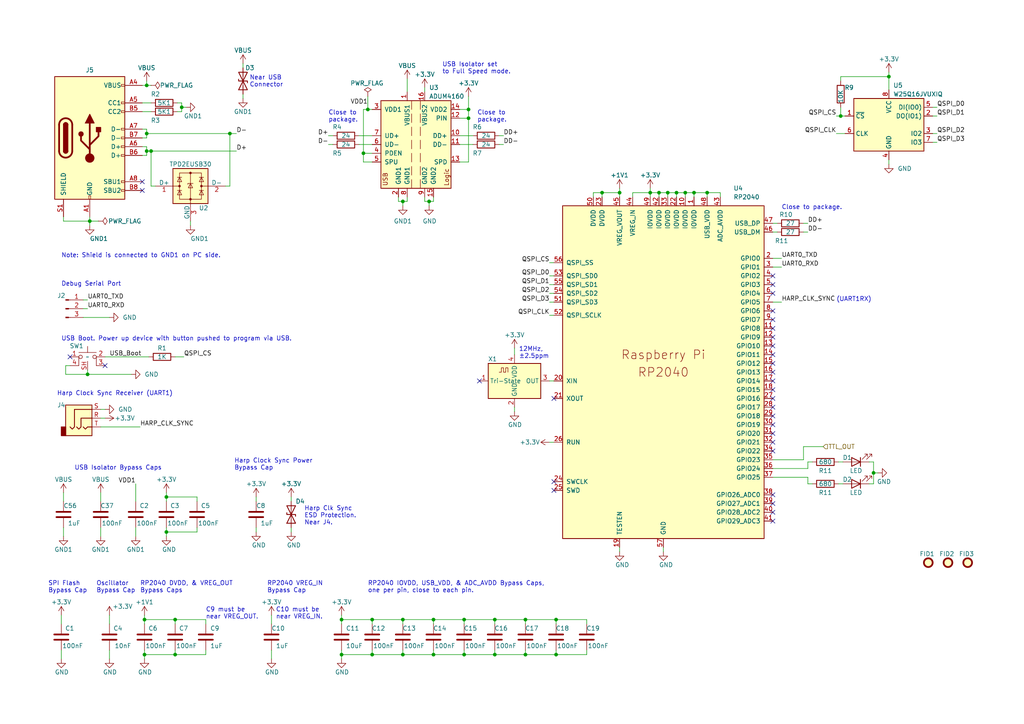
<source format=kicad_sch>
(kicad_sch (version 20230121) (generator eeschema)
  (paper "A4")
  (title_block (title "RENAME THIS TEMPLATE") (date "2023-09-01") (rev "0.1") (company "The Allen Institute"))
  (junction (at 52.705 31.115))
  (junction (at 174.625 55.88))
  (junction (at 191.135 55.88))
  (junction (at 50.8 179.705))
  (junction (at 201.295 55.88))
  (junction (at 116.84 58.42))
  (junction (at 105.41 44.45))
  (junction (at 107.95 189.865))
  (junction (at 253.365 137.16))
  (junction (at 99.06 189.865))
  (junction (at 41.91 179.705))
  (junction (at 25.4 108.585))
  (junction (at 179.705 55.88))
  (junction (at 99.06 179.705))
  (junction (at 134.62 189.865))
  (junction (at 43.815 43.815))
  (junction (at 116.84 189.865))
  (junction (at 152.4 189.865))
  (junction (at 161.29 179.705))
  (junction (at 243.84 33.655))
  (junction (at 134.62 179.705))
  (junction (at 26.035 64.135))
  (junction (at 42.545 43.815))
  (junction (at 125.73 179.705))
  (junction (at 41.91 189.865))
  (junction (at 116.84 179.705))
  (junction (at 152.4 179.705))
  (junction (at 205.105 55.88))
  (junction (at 42.545 38.735))
  (junction (at 193.675 55.88))
  (junction (at 50.8 189.865))
  (junction (at 48.26 154.305))
  (junction (at 143.51 179.705))
  (junction (at 196.215 55.88))
  (junction (at 135.89 31.75))
  (junction (at 107.95 179.705))
  (junction (at 42.545 24.765))
  (junction (at 66.675 38.735))
  (junction (at 124.46 58.42))
  (junction (at 161.29 189.865))
  (junction (at 188.595 55.88))
  (junction (at 257.81 22.225))
  (junction (at 125.73 189.865))
  (junction (at 198.755 55.88))
  (junction (at 48.26 144.145))
  (junction (at 106.68 31.75))
  (junction (at 143.51 189.865))
  (junction (at 135.89 34.29))
  (no_connect (at 41.275 55.245))
  (no_connect (at 224.155 130.81))
  (no_connect (at 224.155 95.25))
  (no_connect (at 224.155 120.65))
  (no_connect (at 224.155 110.49))
  (no_connect (at 224.155 113.03))
  (no_connect (at 224.155 90.17))
  (no_connect (at 224.155 102.87))
  (no_connect (at 224.155 148.59))
  (no_connect (at 224.155 82.55))
  (no_connect (at 224.155 125.73))
  (no_connect (at 224.155 107.95))
  (no_connect (at 224.155 80.01))
  (no_connect (at 224.155 115.57))
  (no_connect (at 224.155 118.11))
  (no_connect (at 20.32 103.505))
  (no_connect (at 224.155 146.05))
  (no_connect (at 224.155 143.51))
  (no_connect (at 224.155 151.13))
  (no_connect (at 224.155 128.27))
  (no_connect (at 30.48 106.045))
  (no_connect (at 160.655 115.57))
  (no_connect (at 224.155 105.41))
  (no_connect (at 224.155 85.09))
  (no_connect (at 224.155 123.19))
  (no_connect (at 224.155 97.79))
  (no_connect (at 41.275 52.705))
  (no_connect (at 160.655 139.7))
  (no_connect (at 224.155 92.71))
  (no_connect (at 224.155 100.33))
  (no_connect (at 160.655 142.24))
  (no_connect (at 139.065 110.49))
  (wire (pts (xy 243.84 22.225) (xy 257.81 22.225)))
  (wire (pts (xy 234.315 138.43) (xy 224.155 138.43)))
  (wire (pts (xy 31.75 178.435) (xy 31.75 180.975)))
  (wire (pts (xy 57.15 154.305) (xy 57.15 153.035)))
  (wire (pts (xy 95.25 39.37) (xy 96.52 39.37)))
  (wire (pts (xy 104.14 39.37) (xy 107.95 39.37)))
  (wire (pts (xy 106.68 27.94) (xy 106.68 31.75)))
  (wire (pts (xy 196.215 55.88) (xy 196.215 57.15)))
  (wire (pts (xy 193.675 55.88) (xy 196.215 55.88)))
  (wire (pts (xy 257.81 22.225) (xy 257.81 26.035)))
  (wire (pts (xy 243.84 23.495) (xy 243.84 22.225)))
  (wire (pts (xy 99.06 179.705) (xy 99.06 180.975)))
  (wire (pts (xy 25.4 107.315) (xy 25.4 108.585)))
  (wire (pts (xy 41.91 179.705) (xy 50.8 179.705)))
  (wire (pts (xy 124.46 58.42) (xy 125.73 58.42)))
  (wire (pts (xy 123.19 58.42) (xy 124.46 58.42)))
  (wire (pts (xy 18.415 153.035) (xy 18.415 155.575)))
  (wire (pts (xy 252.095 133.985) (xy 253.365 133.985)))
  (wire (pts (xy 18.415 62.865) (xy 18.415 64.135)))
  (wire (pts (xy 42.545 42.545) (xy 42.545 43.815)))
  (wire (pts (xy 39.37 140.335) (xy 39.37 145.415)))
  (wire (pts (xy 42.545 43.815) (xy 42.545 45.085)))
  (wire (pts (xy 253.365 137.16) (xy 254.635 137.16)))
  (wire (pts (xy 30.48 103.505) (xy 43.18 103.505)))
  (wire (pts (xy 270.51 38.735) (xy 271.78 38.735)))
  (wire (pts (xy 144.78 41.91) (xy 146.05 41.91)))
  (wire (pts (xy 253.365 137.16) (xy 253.365 140.335)))
  (wire (pts (xy 107.95 188.595) (xy 107.95 189.865)))
  (wire (pts (xy 48.26 142.875) (xy 48.26 144.145)))
  (wire (pts (xy 243.84 31.115) (xy 243.84 33.655)))
  (wire (pts (xy 143.51 179.705) (xy 143.51 180.975)))
  (wire (pts (xy 19.05 108.585) (xy 19.05 106.045)))
  (wire (pts (xy 134.62 179.705) (xy 143.51 179.705)))
  (wire (pts (xy 29.21 123.825) (xy 40.64 123.825)))
  (wire (pts (xy 125.73 180.975) (xy 125.73 179.705)))
  (wire (pts (xy 170.18 188.595) (xy 170.18 189.865)))
  (wire (pts (xy 160.655 80.01) (xy 159.385 80.01)))
  (wire (pts (xy 18.415 142.875) (xy 18.415 145.415)))
  (wire (pts (xy 134.62 189.865) (xy 125.73 189.865)))
  (wire (pts (xy 39.37 153.035) (xy 39.37 155.575)))
  (wire (pts (xy 116.84 179.705) (xy 116.84 180.975)))
  (wire (pts (xy 143.51 188.595) (xy 143.51 189.865)))
  (wire (pts (xy 66.675 38.735) (xy 66.675 53.975)))
  (wire (pts (xy 160.655 82.55) (xy 159.385 82.55)))
  (wire (pts (xy 201.295 55.88) (xy 201.295 57.15)))
  (wire (pts (xy 123.19 57.15) (xy 123.19 58.42)))
  (wire (pts (xy 252.095 140.335) (xy 253.365 140.335)))
  (wire (pts (xy 125.73 188.595) (xy 125.73 189.865)))
  (wire (pts (xy 224.155 67.31) (xy 225.425 67.31)))
  (wire (pts (xy 133.35 41.91) (xy 137.16 41.91)))
  (wire (pts (xy 115.57 57.15) (xy 115.57 58.42)))
  (wire (pts (xy 135.89 31.75) (xy 133.35 31.75)))
  (wire (pts (xy 224.155 133.35) (xy 233.045 133.35)))
  (wire (pts (xy 242.57 33.655) (xy 243.84 33.655)))
  (wire (pts (xy 188.595 55.88) (xy 183.515 55.88)))
  (wire (pts (xy 198.755 55.88) (xy 201.295 55.88)))
  (wire (pts (xy 42.545 45.085) (xy 41.275 45.085)))
  (wire (pts (xy 125.73 189.865) (xy 116.84 189.865)))
  (wire (pts (xy 188.595 55.88) (xy 191.135 55.88)))
  (wire (pts (xy 208.915 55.88) (xy 205.105 55.88)))
  (wire (pts (xy 43.815 53.975) (xy 45.085 53.975)))
  (wire (pts (xy 233.045 64.77) (xy 234.315 64.77)))
  (wire (pts (xy 41.91 189.865) (xy 41.91 191.135)))
  (wire (pts (xy 59.69 189.865) (xy 59.69 188.595)))
  (wire (pts (xy 243.205 140.335) (xy 244.475 140.335)))
  (wire (pts (xy 116.84 58.42) (xy 116.84 59.69)))
  (wire (pts (xy 196.215 55.88) (xy 198.755 55.88)))
  (wire (pts (xy 205.105 55.88) (xy 201.295 55.88)))
  (wire (pts (xy 133.35 34.29) (xy 135.89 34.29)))
  (wire (pts (xy 19.05 108.585) (xy 25.4 108.585)))
  (wire (pts (xy 243.84 33.655) (xy 245.11 33.655)))
  (wire (pts (xy 42.545 24.765) (xy 41.275 24.765)))
  (wire (pts (xy 42.545 23.495) (xy 42.545 24.765)))
  (wire (pts (xy 174.625 55.88) (xy 174.625 57.15)))
  (wire (pts (xy 105.41 46.99) (xy 105.41 44.45)))
  (wire (pts (xy 51.435 29.845) (xy 52.705 29.845)))
  (wire (pts (xy 70.485 27.305) (xy 70.485 28.575)))
  (wire (pts (xy 48.26 154.305) (xy 57.15 154.305)))
  (wire (pts (xy 43.815 24.765) (xy 42.545 24.765)))
  (wire (pts (xy 70.485 18.415) (xy 70.485 19.685)))
  (wire (pts (xy 179.705 55.88) (xy 174.625 55.88)))
  (wire (pts (xy 50.8 179.705) (xy 59.69 179.705)))
  (wire (pts (xy 234.315 135.89) (xy 234.315 133.985)))
  (wire (pts (xy 152.4 188.595) (xy 152.4 189.865)))
  (wire (pts (xy 55.245 64.135) (xy 55.245 65.405)))
  (wire (pts (xy 243.205 133.985) (xy 244.475 133.985)))
  (wire (pts (xy 118.11 57.15) (xy 118.11 58.42)))
  (wire (pts (xy 74.295 144.145) (xy 74.295 145.415)))
  (wire (pts (xy 144.78 39.37) (xy 146.05 39.37)))
  (wire (pts (xy 50.8 180.975) (xy 50.8 179.705)))
  (wire (pts (xy 198.755 55.88) (xy 198.755 57.15)))
  (wire (pts (xy 78.74 188.595) (xy 78.74 191.135)))
  (wire (pts (xy 43.815 43.815) (xy 43.815 53.975)))
  (wire (pts (xy 135.89 34.29) (xy 135.89 46.99)))
  (wire (pts (xy 174.625 55.88) (xy 172.085 55.88)))
  (wire (pts (xy 41.91 188.595) (xy 41.91 189.865)))
  (wire (pts (xy 159.385 91.44) (xy 160.655 91.44)))
  (wire (pts (xy 161.29 189.865) (xy 170.18 189.865)))
  (wire (pts (xy 42.545 38.735) (xy 66.675 38.735)))
  (wire (pts (xy 105.41 44.45) (xy 105.41 31.75)))
  (wire (pts (xy 183.515 55.88) (xy 183.515 57.15)))
  (wire (pts (xy 133.35 39.37) (xy 137.16 39.37)))
  (wire (pts (xy 24.13 89.535) (xy 25.4 89.535)))
  (wire (pts (xy 159.385 128.27) (xy 160.655 128.27)))
  (wire (pts (xy 118.11 58.42) (xy 116.84 58.42)))
  (wire (pts (xy 26.035 64.135) (xy 28.575 64.135)))
  (wire (pts (xy 52.705 32.385) (xy 52.705 31.115)))
  (wire (pts (xy 179.705 55.88) (xy 179.705 57.15)))
  (wire (pts (xy 135.89 46.99) (xy 133.35 46.99)))
  (wire (pts (xy 116.84 189.865) (xy 107.95 189.865)))
  (wire (pts (xy 25.4 108.585) (xy 38.1 108.585)))
  (wire (pts (xy 66.675 38.735) (xy 68.58 38.735)))
  (wire (pts (xy 42.545 40.005) (xy 41.275 40.005)))
  (wire (pts (xy 257.81 46.355) (xy 257.81 47.625)))
  (wire (pts (xy 191.135 55.88) (xy 191.135 57.15)))
  (wire (pts (xy 29.21 153.035) (xy 29.21 155.575)))
  (wire (pts (xy 179.705 54.61) (xy 179.705 55.88)))
  (wire (pts (xy 50.8 189.865) (xy 59.69 189.865)))
  (wire (pts (xy 17.78 188.595) (xy 17.78 191.135)))
  (wire (pts (xy 233.045 129.54) (xy 233.045 133.35)))
  (wire (pts (xy 179.705 158.75) (xy 179.705 160.02)))
  (wire (pts (xy 125.73 179.705) (xy 134.62 179.705)))
  (wire (pts (xy 84.455 153.035) (xy 84.455 154.305)))
  (wire (pts (xy 107.95 31.75) (xy 106.68 31.75)))
  (wire (pts (xy 188.595 54.61) (xy 188.595 55.88)))
  (wire (pts (xy 118.11 22.86) (xy 118.11 26.67)))
  (wire (pts (xy 99.06 188.595) (xy 99.06 189.865)))
  (wire (pts (xy 234.315 140.335) (xy 234.315 138.43)))
  (wire (pts (xy 152.4 180.975) (xy 152.4 179.705)))
  (wire (pts (xy 99.06 179.705) (xy 107.95 179.705)))
  (wire (pts (xy 205.105 55.88) (xy 205.105 57.15)))
  (wire (pts (xy 41.91 189.865) (xy 50.8 189.865)))
  (wire (pts (xy 107.95 46.99) (xy 105.41 46.99)))
  (wire (pts (xy 149.225 118.11) (xy 149.225 119.38)))
  (wire (pts (xy 152.4 189.865) (xy 161.29 189.865)))
  (wire (pts (xy 52.705 31.115) (xy 52.705 29.845)))
  (wire (pts (xy 24.13 86.995) (xy 25.4 86.995)))
  (wire (pts (xy 224.155 74.93) (xy 226.695 74.93)))
  (wire (pts (xy 161.29 179.705) (xy 152.4 179.705)))
  (wire (pts (xy 143.51 189.865) (xy 134.62 189.865)))
  (wire (pts (xy 208.915 57.15) (xy 208.915 55.88)))
  (wire (pts (xy 17.78 178.435) (xy 17.78 180.975)))
  (wire (pts (xy 188.595 55.88) (xy 188.595 57.15)))
  (wire (pts (xy 159.385 110.49) (xy 160.655 110.49)))
  (wire (pts (xy 224.155 77.47) (xy 226.695 77.47)))
  (wire (pts (xy 253.365 133.985) (xy 253.365 137.16)))
  (wire (pts (xy 161.29 180.975) (xy 161.29 179.705)))
  (wire (pts (xy 234.315 133.985) (xy 235.585 133.985)))
  (wire (pts (xy 123.19 25.4) (xy 123.19 26.67)))
  (wire (pts (xy 41.91 178.435) (xy 41.91 179.705)))
  (wire (pts (xy 238.76 129.54) (xy 233.045 129.54)))
  (wire (pts (xy 224.155 135.89) (xy 234.315 135.89)))
  (wire (pts (xy 48.26 153.035) (xy 48.26 154.305)))
  (wire (pts (xy 18.415 64.135) (xy 26.035 64.135)))
  (wire (pts (xy 57.15 145.415) (xy 57.15 144.145)))
  (wire (pts (xy 41.275 29.845) (xy 43.815 29.845)))
  (wire (pts (xy 29.21 142.875) (xy 29.21 145.415)))
  (wire (pts (xy 224.155 87.63) (xy 226.695 87.63)))
  (wire (pts (xy 26.035 62.865) (xy 26.035 64.135)))
  (wire (pts (xy 143.51 179.705) (xy 152.4 179.705)))
  (wire (pts (xy 270.51 33.655) (xy 271.78 33.655)))
  (wire (pts (xy 48.26 154.305) (xy 48.26 155.575)))
  (wire (pts (xy 116.84 188.595) (xy 116.84 189.865)))
  (wire (pts (xy 116.84 58.42) (xy 115.57 58.42)))
  (wire (pts (xy 193.675 55.88) (xy 193.675 57.15)))
  (wire (pts (xy 170.18 180.975) (xy 170.18 179.705)))
  (wire (pts (xy 270.51 31.115) (xy 271.78 31.115)))
  (wire (pts (xy 224.155 64.77) (xy 225.425 64.77)))
  (wire (pts (xy 29.21 118.745) (xy 30.48 118.745)))
  (wire (pts (xy 41.275 37.465) (xy 42.545 37.465)))
  (wire (pts (xy 42.545 37.465) (xy 42.545 38.735)))
  (wire (pts (xy 99.06 189.865) (xy 107.95 189.865)))
  (wire (pts (xy 160.655 87.63) (xy 159.385 87.63)))
  (wire (pts (xy 159.385 76.2) (xy 160.655 76.2)))
  (wire (pts (xy 42.545 43.815) (xy 43.815 43.815)))
  (wire (pts (xy 24.13 92.075) (xy 31.75 92.075)))
  (wire (pts (xy 161.29 189.865) (xy 161.29 188.595)))
  (wire (pts (xy 172.085 55.88) (xy 172.085 57.15)))
  (wire (pts (xy 235.585 140.335) (xy 234.315 140.335)))
  (wire (pts (xy 152.4 189.865) (xy 143.51 189.865)))
  (wire (pts (xy 41.91 179.705) (xy 41.91 180.975)))
  (wire (pts (xy 107.95 179.705) (xy 107.95 180.975)))
  (wire (pts (xy 135.89 27.94) (xy 135.89 31.75)))
  (wire (pts (xy 106.68 31.75) (xy 105.41 31.75)))
  (wire (pts (xy 134.62 179.705) (xy 134.62 180.975)))
  (wire (pts (xy 191.135 55.88) (xy 193.675 55.88)))
  (wire (pts (xy 74.295 153.035) (xy 74.295 154.305)))
  (wire (pts (xy 78.74 178.435) (xy 78.74 180.975)))
  (wire (pts (xy 84.455 144.145) (xy 84.455 145.415)))
  (wire (pts (xy 233.045 67.31) (xy 234.315 67.31)))
  (wire (pts (xy 50.8 189.865) (xy 50.8 188.595)))
  (wire (pts (xy 51.435 32.385) (xy 52.705 32.385)))
  (wire (pts (xy 99.06 189.865) (xy 99.06 191.135)))
  (wire (pts (xy 242.57 38.735) (xy 245.11 38.735)))
  (wire (pts (xy 31.75 188.595) (xy 31.75 191.135)))
  (wire (pts (xy 52.705 31.115) (xy 53.975 31.115)))
  (wire (pts (xy 19.05 106.045) (xy 20.32 106.045)))
  (wire (pts (xy 41.275 42.545) (xy 42.545 42.545)))
  (wire (pts (xy 160.655 85.09) (xy 159.385 85.09)))
  (wire (pts (xy 192.405 158.75) (xy 192.405 160.02)))
  (wire (pts (xy 125.73 58.42) (xy 125.73 57.15)))
  (wire (pts (xy 41.275 32.385) (xy 43.815 32.385)))
  (wire (pts (xy 134.62 188.595) (xy 134.62 189.865)))
  (wire (pts (xy 59.69 180.975) (xy 59.69 179.705)))
  (wire (pts (xy 48.26 144.145) (xy 48.26 145.415)))
  (wire (pts (xy 116.84 179.705) (xy 125.73 179.705)))
  (wire (pts (xy 104.14 41.91) (xy 107.95 41.91)))
  (wire (pts (xy 257.81 20.955) (xy 257.81 22.225)))
  (wire (pts (xy 107.95 44.45) (xy 105.41 44.45)))
  (wire (pts (xy 124.46 58.42) (xy 124.46 59.69)))
  (wire (pts (xy 57.15 144.145) (xy 48.26 144.145)))
  (wire (pts (xy 43.815 43.815) (xy 68.58 43.815)))
  (wire (pts (xy 29.21 121.285) (xy 30.48 121.285)))
  (wire (pts (xy 149.225 100.965) (xy 149.225 102.87)))
  (wire (pts (xy 66.675 53.975) (xy 65.405 53.975)))
  (wire (pts (xy 42.545 38.735) (xy 42.545 40.005)))
  (wire (pts (xy 170.18 179.705) (xy 161.29 179.705)))
  (wire (pts (xy 95.25 41.91) (xy 96.52 41.91)))
  (wire (pts (xy 270.51 41.275) (xy 271.78 41.275)))
  (wire (pts (xy 116.84 179.705) (xy 107.95 179.705)))
  (wire (pts (xy 26.035 64.135) (xy 26.035 65.405)))
  (wire (pts (xy 50.8 103.505) (xy 53.34 103.505)))
  (wire (pts (xy 99.06 178.435) (xy 99.06 179.705)))
  (wire (pts (xy 135.89 31.75) (xy 135.89 34.29)))
  (text "Close to\npackage." (at 95.25 35.56 0) (effects (font (size 1.27 1.27)) (justify left bottom)))
  (text "Close to\npackage." (at 138.43 35.56 0) (effects (font (size 1.27 1.27)) (justify left bottom)))
  (text "Near USB\nConnector" (at 72.39 25.4 0) (effects (font (size 1.27 1.27)) (justify left bottom)))
  (text "Close to package." (at 226.695 60.96 0) (effects (font (size 1.27 1.27)) (justify left bottom)))
  (text "(UART1RX)" (at 242.57 87.63 0) (effects (font (size 1.27 1.27)) (justify left bottom)))
  (text "Harp Clk Sync\nESD Protection.\nNear J4." (at 88.265 152.4 0) (effects (font (size 1.27 1.27)) (justify left bottom)))
  (text "RP2040 VREG_IN\nBypass Cap" (at 77.47 172.085 0) (effects (font (size 1.27 1.27)) (justify left bottom)))
  (text "Oscillator\nBypass Cap" (at 27.94 172.085 0) (effects (font (size 1.27 1.27)) (justify left bottom)))
  (text "Harp Clock Sync Power\nBypass Cap" (at 67.945 136.525 0) (effects (font (size 1.27 1.27)) (justify left bottom)))
  (text "C10 must be \nnear VREG_IN." (at 80.01 179.705 0) (effects (font (size 1.27 1.27)) (justify left bottom)))
  (text "RP2040 DVDD, & VREG_OUT \nBypass Caps" (at 40.64 172.085 0) (effects (font (size 1.27 1.27)) (justify left bottom)))
  (text "Debug Serial Port" (at 17.78 83.185 0) (effects (font (size 1.27 1.27)) (justify left bottom)))
  (text "USB Boot. Power up device with button pushed to program via USB." (at 17.78 99.06 0) (effects (font (size 1.27 1.27)) (justify left bottom)))
  (text "C9 must be \nnear VREG_OUT." (at 59.69 179.705 0) (effects (font (size 1.27 1.27)) (justify left bottom)))
  (text "Harp Clock Sync Receiver (UART1)" (at 16.51 114.935 0) (effects (font (size 1.27 1.27)) (justify left bottom)))
  (text "12MHz,\n±2.5ppm" (at 150.495 104.14 0) (effects (font (size 1.27 1.27)) (justify left bottom)))
  (text "Note: Shield is connected to GND1 on PC side." (at 17.78 74.93 0) (effects (font (size 1.27 1.27)) (justify left bottom)))
  (text "RP2040 IOVDD, USB_VDD, & ADC_AVDD Bypass Caps, \none per pin, close to each pin." (at 106.68 172.085 0) (effects (font (size 1.27 1.27)) (justify left bottom)))
  (text "USB Isolator Bypass Caps" (at 21.59 136.525 0) (effects (font (size 1.27 1.27)) (justify left bottom)))
  (text "SPI Flash\nBypass Cap" (at 13.97 172.085 0) (effects (font (size 1.27 1.27)) (justify left bottom)))
  (text "USB Isolator set\nto Full Speed mode." (at 128.27 21.59 0) (effects (font (size 1.27 1.27)) (justify left bottom)))
  (label "HARP_CLK_SYNC" (at 40.64 123.825 0))
  (label "QSPI_CS" (at 53.34 103.505 0))
  (label "UART0_TXD" (at 226.695 74.93 0))
  (label "QSPI_D3" (at 159.385 87.63 180))
  (label "QSPI_D2" (at 159.385 85.09 180))
  (label "D-" (at 95.25 41.91 180))
  (label "UART0_RXD" (at 25.4 89.535 0))
  (label "QSPI_D1" (at 159.385 82.55 180))
  (label "QSPI_D0" (at 271.78 31.115 0))
  (label "DD-" (at 146.05 41.91 0))
  (label "QSPI_D3" (at 271.78 41.275 0))
  (label "DD+" (at 146.05 39.37 0))
  (label "HARP_CLK_SYNC" (at 226.695 87.63 0))
  (label "QSPI_CS" (at 242.57 33.655 180))
  (label "USB_Boot" (at 31.75 103.505 0))
  (label "UART0_TXD" (at 25.4 86.995 0))
  (label "QSPI_CLK" (at 242.57 38.735 180))
  (label "DD-" (at 234.315 67.31 0))
  (label "UART0_RXD" (at 226.695 77.47 0))
  (label "D-" (at 68.58 38.735 0))
  (label "QSPI_D2" (at 271.78 38.735 0))
  (label "VDD1" (at 106.68 30.48 180))
  (label "VDD1" (at 39.37 140.335 180))
  (label "D+" (at 68.58 43.815 0))
  (label "D+" (at 95.25 39.37 180))
  (label "QSPI_D1" (at 271.78 33.655 0))
  (label "QSPI_D0" (at 159.385 80.01 180))
  (label "QSPI_CLK" (at 159.385 91.44 180))
  (label "QSPI_CS" (at 159.385 76.2 180))
  (label "DD+" (at 234.315 64.77 0))
  (hierarchical_label "TTL_OUT" (shape input) (at 238.76 129.54 0))
  (symbol (lib_id "power:+3.3V") (at 135.89 27.94 0) (unit 1)
    (property "Reference" "#PWR029" (effects hide))
    (property "Value" "+3.3V" (at 135.89 24.13 0))
  )
  (symbol (lib_id "Device:R") (at 47.625 32.385 90) (unit 1)
    (property "Reference" "R3" (at 45.085 34.925 90))
    (property "Value" "5K1" (at 47.625 32.385 90))
    (property "Footprint" "Resistor_SMD:R_0402_1005Metric" (effects hide))
    (property "Datasheet" "https://www.yageo.com/upload/media/product/productsearch/datasheet/rchip/PYu-RT_1-to-0.01_RoHS_L_13.pdf" (effects hide))
    (property "Link" "https://www.digikey.com/en/products/detail/yageo/RT0402FRE075K1L/1072083" (effects hide))
    (property "Manufacturer" "Yageo" (effects hide))
    (property "Manufacturer Number" "RT0402FRE075K1L" (effects hide))
    (property "Tolerance" "1%" (effects hide))
    (property "PCBWay Link" "https://www.pcbway.com/components/detail/RT0402FRE075K1L/449762/" (effects hide))
  )
  (symbol (lib_id "power:GND") (at 84.455 154.305 0) (unit 1)
    (property "Reference" "#PWR095" (effects hide))
    (property "Value" "GND" (at 83.185 158.115 0) (effects (justify left)))
  )
  (symbol (lib_id "Mechanical:Fiducial") (at 269.24 163.195 0) (unit 1)
    (property "Reference" "FID1" (at 266.7 160.655 0) (effects (justify left)))
    (property "Value" "Fiducial" (effects hide))
    (property "Footprint" "Fiducial:Fiducial_0.5mm_Mask1mm" (effects hide))
    (property "Datasheet" "n/a" (effects hide))
    (property "Link" "n/a" (effects hide))
    (property "Manufacturer" "n/a" (effects hide))
    (property "Manufacturer Number" "n/a" (effects hide))
  )
  (symbol (lib_id "power:GND1") (at 70.485 28.575 0) (unit 1)
    (property "Reference" "#PWR079" (effects hide))
    (property "Value" "GND1" (at 70.485 32.385 0))
  )
  (symbol (lib_id "Device:R") (at 243.84 27.305 180) (unit 1)
    (property "Reference" "R9" (at 247.65 25.4 0) (effects (justify left)))
    (property "Value" "10K" (at 243.84 26.035 90) (effects (justify left)))
    (property "Footprint" "Resistor_SMD:R_0402_1005Metric" (effects hide))
    (property "Datasheet" "https://www.koaspeer.com/pdfs/SG73P.pdf" (effects hide))
    (property "Link" "https://www.digikey.com/en/products/detail/koa-speer-electronics-inc/SG73P1EWTTP1002F/14316756" (effects hide))
    (property "Manufacturer" "KOA Speer Electronics, Inc." (effects hide))
    (property "Manufacturer Number" "SG73P1EWTTP1002F" (effects hide))
  )
  (symbol (lib_id "Device:R") (at 100.33 41.91 90) (unit 1)
    (property "Reference" "R5" (at 97.79 44.45 90))
    (property "Value" "24" (at 100.33 41.91 90))
    (property "Footprint" "Resistor_SMD:R_0402_1005Metric" (effects hide))
    (property "Datasheet" "https://www.yageo.com/upload/media/product/productsearch/datasheet/rchip/PYu-AC_51_RoHS_L_10.pdf" (effects hide))
    (property "Link" "https://www.digikey.com/en/products/detail/yageo/AC0402FR-0724RL/5895214" (effects hide))
    (property "Manufacturer" "Yageo" (effects hide))
    (property "Manufacturer Number" "AC0402FR-0724RL" (effects hide))
    (property "Tolerance" "1%" (effects hide))
  )
  (symbol (lib_id "Memory_Flash:W25Q128JVS") (at 257.81 36.195 0) (unit 1)
    (property "Reference" "U5" (at 259.08 24.765 0) (effects (justify left)))
    (property "Value" "W25Q16JVUXIQ" (at 259.08 27.305 0) (effects (justify left)))
    (property "Footprint" "kicad_component_library:Winbond-8USON-2x3mm" (effects hide))
    (property "Datasheet" "https://www.winbond.com/resource-files/w25q16jv%20spi%20revh%2004082019%20plus.pdf" (effects hide))
    (property "Link" "https://www.digikey.com/en/products/detail/winbond-electronics/W25Q16JVUXIQ-TR/15182017" (effects hide))
    (property "Manufacturer" "Winbond Electronics" (effects hide))
    (property "Manufacturer Number" "W25Q16JVUXIQ TR" (effects hide))
    (property "PCBWay Link" "https://www.pcbway.com/components" (effects hide))
  )
  (symbol (lib_id "Device:C") (at 41.91 184.785 180) (unit 1)
    (property "Reference" "C6" (at 45.72 182.245 0) (effects (justify left)))
    (property "Value" "100nF" (at 48.26 187.325 0) (effects (justify left)))
    (property "Footprint" "Capacitor_SMD:C_0402_1005Metric" (effects hide))
    (property "Datasheet" "http://www.passivecomponent.com/wp-content/uploads/datasheet/WTC_MLCC_General_Purpose.pdf" (effects hide))
    (property "Link" "https://www.digikey.com/en/products/detail/walsin-technology-corporation/0402B104K160CT/6707534" (effects hide))
    (property "Manufacturer" "Walson Technology Corporation" (effects hide))
    (property "Manufacturer Number" "0402B104K160CT" (effects hide))
    (property "Rated Voltage" "16V" (effects hide))
    (property "Temperature Coefficient" "X7R" (effects hide))
    (property "Tolerance" "10%" (effects hide))
    (property "PCBWay Link" "https://www.pcbway.com/components/detail/0402B104K160CT/307171/" (effects hide))
  )
  (symbol (lib_id "Mechanical:Fiducial") (at 274.955 163.195 0) (unit 1)
    (property "Reference" "FID2" (at 272.415 160.655 0) (effects (justify left)))
    (property "Value" "Fiducial" (effects hide))
    (property "Footprint" "Fiducial:Fiducial_0.5mm_Mask1mm" (effects hide))
    (property "Datasheet" "n/a" (effects hide))
    (property "Link" "n/a" (effects hide))
    (property "Manufacturer" "n/a" (effects hide))
    (property "Manufacturer Number" "n/a" (effects hide))
  )
  (symbol (lib_id "power:GND") (at 31.75 191.135 0) (unit 1)
    (property "Reference" "#PWR012" (effects hide))
    (property "Value" "GND" (at 29.845 194.945 0) (effects (justify left)))
  )
  (symbol (lib_id "Device:C") (at 31.75 184.785 180) (unit 1)
    (property "Reference" "C4" (at 35.56 182.245 0) (effects (justify left)))
    (property "Value" "10nF" (at 38.1 187.325 0) (effects (justify left)))
    (property "Footprint" "Capacitor_SMD:C_0402_1005Metric" (effects hide))
    (property "Datasheet" "https://www.yageo.com/upload/media/product/productsearch/datasheet/mlcc/UPY-GPHC_X7R_6.3V-to-250V_23.pdf" (effects hide))
    (property "Link" "https://www.digikey.com/en/products/detail/yageo/CC0402KPX7R8BB103/11490384" (effects hide))
    (property "Manufacturer" "Yageo" (effects hide))
    (property "Manufacturer Number" "CC0402KPX7R8BB103" (effects hide))
    (property "Rated Voltage" "25V" (effects hide))
    (property "Temperature Coefficient" "X7R" (effects hide))
    (property "Tolerance" "10%" (effects hide))
  )
  (symbol (lib_id "power:GND1") (at 116.84 59.69 0) (unit 1)
    (property "Reference" "#PWR025" (effects hide))
    (property "Value" "GND1" (at 116.84 64.135 0))
  )
  (symbol (lib_id "power:GND1") (at 29.21 155.575 0) (unit 1)
    (property "Reference" "#PWR065" (effects hide))
    (property "Value" "GND1" (at 29.21 159.385 0))
  )
  (symbol (lib_id "power:+3.3V") (at 31.75 178.435 0) (unit 1)
    (property "Reference" "#PWR064" (effects hide))
    (property "Value" "+3.3V" (at 35.56 175.895 0))
  )
  (symbol (lib_id "power:GND") (at 38.1 108.585 90) (unit 1)
    (property "Reference" "#PWR010" (effects hide))
    (property "Value" "GND" (at 41.91 108.5849 90) (effects (justify right)))
  )
  (symbol (lib_id "Device:C") (at 48.26 149.225 180) (unit 1)
    (property "Reference" "C3" (at 52.07 146.685 0) (effects (justify left)))
    (property "Value" "100nF" (at 54.61 151.765 0) (effects (justify left)))
    (property "Footprint" "Capacitor_SMD:C_0402_1005Metric" (effects hide))
    (property "Datasheet" "http://www.passivecomponent.com/wp-content/uploads/datasheet/WTC_MLCC_General_Purpose.pdf" (effects hide))
    (property "Link" "https://www.digikey.com/en/products/detail/walsin-technology-corporation/0402B104K160CT/6707534" (effects hide))
    (property "Manufacturer" "Walson Technology Corporation" (effects hide))
    (property "Manufacturer Number" "0402B104K160CT" (effects hide))
    (property "Rated Voltage" "16V" (effects hide))
    (property "Temperature Coefficient" "X7R" (effects hide))
    (property "Tolerance" "10%" (effects hide))
    (property "PCBWay Link" "https://www.pcbway.com/components/detail/0402B104K160CT/307171/" (effects hide))
  )
  (symbol (lib_id "power:GND") (at 192.405 160.02 0) (unit 1)
    (property "Reference" "#PWR036" (effects hide))
    (property "Value" "GND" (at 191.135 163.83 0) (effects (justify left)))
  )
  (symbol (lib_id "Device:C") (at 134.62 184.785 180) (unit 1)
    (property "Reference" "C15" (at 138.43 182.245 0) (effects (justify left)))
    (property "Value" "100nF" (at 140.97 187.325 0) (effects (justify left)))
    (property "Footprint" "Capacitor_SMD:C_0402_1005Metric" (effects hide))
    (property "Datasheet" "http://www.passivecomponent.com/wp-content/uploads/datasheet/WTC_MLCC_General_Purpose.pdf" (effects hide))
    (property "Link" "https://www.digikey.com/en/products/detail/walsin-technology-corporation/0402B104K160CT/6707534" (effects hide))
    (property "Manufacturer" "Walson Technology Corporation" (effects hide))
    (property "Manufacturer Number" "0402B104K160CT" (effects hide))
    (property "Rated Voltage" "16V" (effects hide))
    (property "Temperature Coefficient" "X7R" (effects hide))
    (property "Tolerance" "10%" (effects hide))
    (property "PCBWay Link" "https://www.pcbway.com/components/detail/0402B104K160CT/307171/" (effects hide))
  )
  (symbol (lib_id "power:+3.3V") (at 257.81 20.955 0) (unit 1)
    (property "Reference" "#PWR037" (effects hide))
    (property "Value" "+3.3V" (at 257.81 17.145 0))
  )
  (symbol (lib_id "power:+3.3V") (at 48.26 142.875 0) (unit 1)
    (property "Reference" "#PWR05" (effects hide))
    (property "Value" "+3.3V" (at 48.26 139.065 0))
  )
  (symbol (lib_id "power:VBUS") (at 70.485 18.415 0) (unit 1)
    (property "Reference" "#PWR055" (effects hide))
    (property "Value" "VBUS" (at 70.485 14.605 0))
  )
  (symbol (lib_id "power:+1V1") (at 41.91 178.435 0) (unit 1)
    (property "Reference" "#PWR014" (effects hide))
    (property "Value" "+1V1" (at 41.91 174.625 0))
  )
  (symbol (lib_id "power:PWR_FLAG") (at 43.815 24.765 270) (unit 1)
    (property "Reference" "#FLG02" (effects hide))
    (property "Value" "PWR_FLAG" (at 46.355 24.765 90) (effects (justify left)))
  )
  (symbol (lib_id "Device:LED") (at 248.285 140.335 180) (unit 1)
    (property "Reference" "D2" (at 245.745 139.065 0))
    (property "Value" "LED" (at 248.285 142.875 0))
    (property "Footprint" "LED_SMD:LED_0603_1608Metric_Pad1.05x0.95mm_HandSolder" (effects hide))
    (property "Datasheet" "https://www.sunledusa.com/products/spec/XZCDGK53W-1VF.pdf" (effects hide))
    (property "Link" "https://www.digikey.com/en/products/detail/sunled/XZCDGK53W-1VF/15761905" (effects hide))
    (property "Notes" "2mA, 98mcd, green" (effects hide))
    (property "Manufacturer" "SunLED" (effects hide))
    (property "Manufacturer Number" "XZCDGK53W-1VF" (effects hide))
  )
  (symbol (lib_id "power:GND") (at 74.295 154.305 0) (unit 1)
    (property "Reference" "#PWR018" (effects hide))
    (property "Value" "GND" (at 73.025 158.115 0) (effects (justify left)))
  )
  (symbol (lib_id "power:+3.3V") (at 74.295 144.145 0) (unit 1)
    (property "Reference" "#PWR017" (effects hide))
    (property "Value" "+3.3V" (at 74.295 140.335 0))
  )
  (symbol (lib_id "Device:R") (at 229.235 64.77 90) (unit 1)
    (property "Reference" "R10" (at 227.965 62.23 90))
    (property "Value" "27" (at 229.235 64.77 90))
    (property "Footprint" "Resistor_SMD:R_0402_1005Metric" (effects hide))
    (property "Datasheet" "RC0402FR-0727RL" (effects hide))
    (property "Link" "https://www.digikey.com/en/products/detail/yageo/RC0402FR-0727RL/5280946" (effects hide))
    (property "Manufacturer" "Yageo" (effects hide))
    (property "Manufacturer Number" "RC0402FR-0727RL" (effects hide))
    (property "Tolerance" "1%" (effects hide))
    (property "PCBWay Link" "https://www.pcbway.com/components/detail/RC0402FR0727RL/656670/" (effects hide))
  )
  (symbol (lib_id "Power_Protection:TPD2EUSB30") (at 55.245 53.975 0) (unit 1)
    (property "Reference" "U2" (at 59.055 60.325 0))
    (property "Value" "TPD2EUSB30" (at 55.245 47.625 0))
    (property "Footprint" "Package_TO_SOT_SMD:Texas_DRT-3" (effects hide))
    (property "Datasheet" "http://www.ti.com/lit/ds/symlink/tpd2eusb30a.pdf" (effects hide))
    (property "Link" "https://www.digikey.com/en/products/detail/texas-instruments/TPD2EUSB30DRTR/2193486" (effects hide))
    (property "PCBWay Link" "https://www.pcbway.com/components/detail/TPD2EUSB30ADRTR/324861/" (effects hide))
    (property "Manufacturer" "Texas Instruments" (effects hide))
    (property "Manufacturer Number" "TPD2EUSB30DRTR" (effects hide))
  )
  (symbol (lib_id "power:+3.3V") (at 99.06 178.435 0) (unit 1)
    (property "Reference" "#PWR023" (effects hide))
    (property "Value" "+3.3V" (at 99.06 174.625 0))
  )
  (symbol (lib_id "power:GND1") (at 26.035 65.405 0) (unit 1)
    (property "Reference" "#PWR04" (effects hide))
    (property "Value" "GND1" (at 26.035 69.215 0) (effects (justify left)))
  )
  (symbol (lib_id "Device:C") (at 116.84 184.785 180) (unit 1)
    (property "Reference" "C13" (at 120.65 182.245 0) (effects (justify left)))
    (property "Value" "100nF" (at 123.19 187.325 0) (effects (justify left)))
    (property "Footprint" "Capacitor_SMD:C_0402_1005Metric" (effects hide))
    (property "Datasheet" "http://www.passivecomponent.com/wp-content/uploads/datasheet/WTC_MLCC_General_Purpose.pdf" (effects hide))
    (property "Link" "https://www.digikey.com/en/products/detail/walsin-technology-corporation/0402B104K160CT/6707534" (effects hide))
    (property "Manufacturer" "Walson Technology Corporation" (effects hide))
    (property "Manufacturer Number" "0402B104K160CT" (effects hide))
    (property "Rated Voltage" "16V" (effects hide))
    (property "Temperature Coefficient" "X7R" (effects hide))
    (property "Tolerance" "10%" (effects hide))
    (property "PCBWay Link" "https://www.pcbway.com/components/detail/0402B104K160CT/307171/" (effects hide))
  )
  (symbol (lib_id "power:VBUS") (at 18.415 142.875 0) (unit 1)
    (property "Reference" "#PWR0117" (effects hide))
    (property "Value" "VBUS" (at 18.415 139.065 0))
  )
  (symbol (lib_id "power:+3.3V") (at 123.19 25.4 0) (unit 1)
    (property "Reference" "#PWR027" (effects hide))
    (property "Value" "+3.3V" (at 123.19 21.59 0))
  )
  (symbol (lib_id "Device:R") (at 47.625 29.845 90) (unit 1)
    (property "Reference" "R2" (at 45.085 27.305 90))
    (property "Value" "5K1" (at 47.625 29.845 90))
    (property "Footprint" "Resistor_SMD:R_0402_1005Metric" (effects hide))
    (property "Datasheet" "https://www.yageo.com/upload/media/product/productsearch/datasheet/rchip/PYu-RT_1-to-0.01_RoHS_L_13.pdf" (effects hide))
    (property "Link" "https://www.digikey.com/en/products/detail/yageo/RT0402FRE075K1L/1072083" (effects hide))
    (property "Manufacturer" "Yageo" (effects hide))
    (property "Manufacturer Number" "RT0402FRE075K1L" (effects hide))
    (property "Tolerance" "1%" (effects hide))
    (property "PCBWay Link" "https://www.pcbway.com/components/detail/RT0402FRE075K1L/449762/" (effects hide))
  )
  (symbol (lib_id "power:+3.3V") (at 78.74 178.435 0) (unit 1)
    (property "Reference" "#PWR021" (effects hide))
    (property "Value" "+3.3V" (at 78.74 174.625 0))
  )
  (symbol (lib_id "Device:R") (at 229.235 67.31 90) (unit 1)
    (property "Reference" "R11" (at 226.695 69.85 90))
    (property "Value" "27" (at 229.235 67.31 90))
    (property "Footprint" "Resistor_SMD:R_0402_1005Metric" (effects hide))
    (property "Datasheet" "RC0402FR-0727RL" (effects hide))
    (property "Link" "https://www.digikey.com/en/products/detail/yageo/RC0402FR-0727RL/5280946" (effects hide))
    (property "Manufacturer" "Yageo" (effects hide))
    (property "Manufacturer Number" "RC0402FR-0727RL" (effects hide))
    (property "Tolerance" "1%" (effects hide))
    (property "PCBWay Link" "https://www.pcbway.com/components/detail/RC0402FR0727RL/656670/" (effects hide))
  )
  (symbol (lib_id "power:GND") (at 99.06 191.135 0) (unit 1)
    (property "Reference" "#PWR024" (effects hide))
    (property "Value" "GND" (at 97.155 194.945 0) (effects (justify left)))
  )
  (symbol (lib_id "Device:C") (at 143.51 184.785 180) (unit 1)
    (property "Reference" "C16" (at 147.32 182.245 0) (effects (justify left)))
    (property "Value" "100nF" (at 149.86 187.325 0) (effects (justify left)))
    (property "Footprint" "Capacitor_SMD:C_0402_1005Metric" (effects hide))
    (property "Datasheet" "http://www.passivecomponent.com/wp-content/uploads/datasheet/WTC_MLCC_General_Purpose.pdf" (effects hide))
    (property "Link" "https://www.digikey.com/en/products/detail/walsin-technology-corporation/0402B104K160CT/6707534" (effects hide))
    (property "Manufacturer" "Walson Technology Corporation" (effects hide))
    (property "Manufacturer Number" "0402B104K160CT" (effects hide))
    (property "Rated Voltage" "16V" (effects hide))
    (property "Temperature Coefficient" "X7R" (effects hide))
    (property "Tolerance" "10%" (effects hide))
    (property "PCBWay Link" "https://www.pcbway.com/components/detail/0402B104K160CT/307171/" (effects hide))
  )
  (symbol (lib_id "Connector:Conn_01x03_Male") (at 19.05 89.535 0) (unit 1)
    (property "Reference" "J2" (at 17.78 85.725 0))
    (property "Value" "Conn_01x03_Male" (effects hide))
    (property "Footprint" "Connector_PinHeader_2.54mm:PinHeader_1x03_P2.54mm_Vertical" (effects hide))
    (property "Datasheet" "n/a" (effects hide))
    (property "Notes" "DNP" (effects hide))
    (property "Alternate" "n/a" (effects hide))
    (property "Link" "n/a" (effects hide))
    (property "Manufacturer" "n/a" (effects hide))
    (property "Manufacturer Number" "n/a" (effects hide))
  )
  (symbol (lib_id "pi_pico:RP2040") (at 192.405 107.95 0) (unit 1)
    (property "Reference" "U4" (at 212.725 54.61 0) (effects (justify left)))
    (property "Value" "RP2040" (at 212.725 57.15 0) (effects (justify left)))
    (property "Footprint" "kicad_component_library:RP2040-QFN-56" (effects hide))
    (property "Datasheet" "https://datasheets.raspberrypi.com/rp2040/rp2040-datasheet.pdf" (effects hide))
    (property "PCBWay Link" "https://www.pcbway.com/components/detail/SC091413/363165/" (effects hide))
    (property "Link" "https://www.digikey.com/en/products/detail/raspberry-pi/SC0914-13/14306010?s=N4IgTCBcDaIE4AcwAYAsyQF0C%2BQ" (effects hide))
    (property "Manufacturer Number" "SC0914(13)" (effects hide))
    (property "Manufacturer" "Raspberry Pi" (effects hide))
  )
  (symbol (lib_id "power:GND") (at 31.75 92.075 90) (unit 1)
    (property "Reference" "#PWR09" (effects hide))
    (property "Value" "GND" (at 35.56 92.0749 90) (effects (justify right)))
  )
  (symbol (lib_id "power:+3.3V") (at 188.595 54.61 0) (unit 1)
    (property "Reference" "#PWR030" (effects hide))
    (property "Value" "+3.3V" (at 188.595 50.8 0))
  )
  (symbol (lib_id "power:GND") (at 149.225 119.38 0) (unit 1)
    (property "Reference" "#PWR031" (effects hide))
    (property "Value" "GND" (at 147.32 123.19 0) (effects (justify left)))
  )
  (symbol (lib_id "Connector:USB_C_Receptacle_USB2.0") (at 26.035 40.005 0) (unit 1)
    (property "Reference" "J5" (at 26.035 20.32 0))
    (property "Value" "USB_C_Receptacle_USB2.0" (effects hide))
    (property "Footprint" "Connector_USB:USB_C_Receptacle_JAE_DX07S016JA1R1500" (effects hide))
    (property "Datasheet" "https://www.jae.com/direct/topics/topics_file_download/?topics_id=66500&ext_no=04&_lang=en&v=2019072610033121856109" (effects hide))
    (property "Link" "https://www.digikey.com/en/products/detail/jae-electronics/DX07S016JA1R1500/11585731?s=N4IgTCBcDaICIA0AMB2AykgjANgFIEFMAlTAViSRAF0BfIA" (effects hide))
    (property "Manufacturer" "JAE Electronics" (effects hide))
    (property "Manufacturer Number" "DX07S016JA1R1500" (effects hide))
    (property "PCBWay Link" "https://www.pcbway.com/components/detail/DX07S016JA1R1500/10895/" (effects hide))
  )
  (symbol (lib_id "Device:C") (at 161.29 184.785 180) (unit 1)
    (property "Reference" "C18" (at 165.1 182.245 0) (effects (justify left)))
    (property "Value" "100nF" (at 167.64 187.325 0) (effects (justify left)))
    (property "Footprint" "Capacitor_SMD:C_0402_1005Metric" (effects hide))
    (property "Datasheet" "http://www.passivecomponent.com/wp-content/uploads/datasheet/WTC_MLCC_General_Purpose.pdf" (effects hide))
    (property "Link" "https://www.digikey.com/en/products/detail/walsin-technology-corporation/0402B104K160CT/6707534" (effects hide))
    (property "Manufacturer" "Walson Technology Corporation" (effects hide))
    (property "Manufacturer Number" "0402B104K160CT" (effects hide))
    (property "Rated Voltage" "16V" (effects hide))
    (property "Temperature Coefficient" "X7R" (effects hide))
    (property "Tolerance" "10%" (effects hide))
    (property "PCBWay Link" "https://www.pcbway.com/components/detail/0402B104K160CT/307171/" (effects hide))
  )
  (symbol (lib_id "power:+3.3V") (at 84.455 144.145 0) (unit 1)
    (property "Reference" "#PWR094" (effects hide))
    (property "Value" "+3.3V" (at 84.455 140.335 0))
  )
  (symbol (lib_id "Device:R") (at 100.33 39.37 90) (unit 1)
    (property "Reference" "R4" (at 97.79 36.83 90))
    (property "Value" "24" (at 100.33 39.37 90))
    (property "Footprint" "Resistor_SMD:R_0402_1005Metric" (effects hide))
    (property "Datasheet" "https://www.yageo.com/upload/media/product/productsearch/datasheet/rchip/PYu-AC_51_RoHS_L_10.pdf" (effects hide))
    (property "Link" "https://www.digikey.com/en/products/detail/yageo/AC0402FR-0724RL/5895214" (effects hide))
    (property "Manufacturer" "Yageo" (effects hide))
    (property "Manufacturer Number" "AC0402FR-0724RL" (effects hide))
    (property "Tolerance" "1%" (effects hide))
  )
  (symbol (lib_id "power:GND") (at 254.635 137.16 90) (unit 1)
    (property "Reference" "#PWR039" (effects hide))
    (property "Value" "GND" (at 258.445 139.7 90) (effects (justify left)))
  )
  (symbol (lib_id "power:GND1") (at 39.37 155.575 0) (unit 1)
    (property "Reference" "#PWR03" (effects hide))
    (property "Value" "GND1" (at 39.37 159.385 0))
  )
  (symbol (lib_id "power:VBUS") (at 42.545 23.495 0) (unit 1)
    (property "Reference" "#PWR016" (effects hide))
    (property "Value" "VBUS" (at 42.545 19.685 0))
  )
  (symbol (lib_id "Device:C") (at 57.15 149.225 180) (unit 1)
    (property "Reference" "C5" (at 60.96 146.685 0) (effects (justify left)))
    (property "Value" "100nF" (at 63.5 151.765 0) (effects (justify left)))
    (property "Footprint" "Capacitor_SMD:C_0402_1005Metric" (effects hide))
    (property "Datasheet" "http://www.passivecomponent.com/wp-content/uploads/datasheet/WTC_MLCC_General_Purpose.pdf" (effects hide))
    (property "Link" "https://www.digikey.com/en/products/detail/walsin-technology-corporation/0402B104K160CT/6707534" (effects hide))
    (property "Manufacturer" "Walson Technology Corporation" (effects hide))
    (property "Manufacturer Number" "0402B104K160CT" (effects hide))
    (property "Rated Voltage" "16V" (effects hide))
    (property "Temperature Coefficient" "X7R" (effects hide))
    (property "Tolerance" "10%" (effects hide))
    (property "PCBWay Link" "https://www.pcbway.com/components/detail/0402B104K160CT/307171/" (effects hide))
  )
  (symbol (lib_id "Device:C") (at 59.69 184.785 0) (unit 1)
    (property "Reference" "C9" (at 60.96 182.245 0) (effects (justify left)))
    (property "Value" "1uF" (at 60.96 187.325 0) (effects (justify left)))
    (property "Footprint" "Capacitor_SMD:C_0402_1005Metric" (effects hide))
    (property "Datasheet" "https://search.murata.co.jp/Ceramy/image/img/A01X/G101/ENG/GRM155R6YA105KE11-01.pdf" (effects hide))
    (property "Notes" "must not be polarized" (effects hide))
    (property "Link" "https://www.digikey.com/en/products/detail/murata-electronics/GRM155R6YA105KE11J/4905163" (effects hide))
    (property "Manufacturer Number" "GRM155R6YA105KE11J" (effects hide))
    (property "Manufacturer" "Murata Electronics" (effects hide))
    (property "Rated Voltage" "35V" (effects hide))
    (property "Temperature Coefficient" "X5R" (effects hide))
  )
  (symbol (lib_id "Device:C") (at 74.295 149.225 0) (unit 1)
    (property "Reference" "C8" (at 74.295 146.685 0) (effects (justify left)))
    (property "Value" "1uF" (at 75.565 151.765 0) (effects (justify left)))
    (property "Footprint" "Capacitor_SMD:C_0402_1005Metric" (effects hide))
    (property "Datasheet" "https://search.murata.co.jp/Ceramy/image/img/A01X/G101/ENG/GRM155R6YA105KE11-01.pdf" (effects hide))
    (property "Notes" "must not be polarized" (effects hide))
    (property "Link" "https://www.digikey.com/en/products/detail/murata-electronics/GRM155R6YA105KE11J/4905163" (effects hide))
    (property "Manufacturer Number" "GRM155R6YA105KE11J" (effects hide))
    (property "Manufacturer" "Murata Electronics" (effects hide))
    (property "Rated Voltage" "35V" (effects hide))
    (property "Temperature Coefficient" "X5R" (effects hide))
  )
  (symbol (lib_id "power:GND") (at 41.91 191.135 0) (unit 1)
    (property "Reference" "#PWR015" (effects hide))
    (property "Value" "GND" (at 40.005 194.945 0) (effects (justify left)))
  )
  (symbol (lib_id "Device:D_TVS") (at 84.455 149.225 90) (unit 1)
    (property "Reference" "D4" (at 85.725 145.415 90) (effects (justify right)))
    (property "Value" "D_TVS" (effects hide))
    (property "Footprint" "Diode_SMD:D_0402_1005Metric" (effects hide))
    (property "Datasheet" "https://www.onsemi.com/pdf/datasheet/esd7571-d.pdf" (effects hide))
    (property "Link" "https://www.digikey.com/en/products/detail/onsemi/ESD7571N2T5G/7220690" (effects hide))
    (property "Manufacturer" "onsemi" (effects hide))
    (property "Manufacturer Number" "ESD7571N2T5G" (effects hide))
    (property "Notes" "not polarized" (effects hide))
  )
  (symbol (lib_id "power:GND1") (at 18.415 155.575 0) (unit 1)
    (property "Reference" "#PWR0116" (effects hide))
    (property "Value" "GND1" (at 18.415 159.385 0))
  )
  (symbol (lib_id "Device:R") (at 239.395 133.985 90) (unit 1)
    (property "Reference" "R11" (at 239.395 136.525 90))
    (property "Value" "680" (at 239.395 133.985 90))
    (property "Footprint" "Resistor_SMD:R_0402_1005Metric" (effects hide))
    (property "Datasheet" "https://www.yageo.com/upload/media/product/productsearch/datasheet/rchip/PYu-RC_Group_51_RoHS_L_12.pdf" (effects hide))
    (property "Link" "https://www.digikey.com/en/products/detail/yageo/RC0402FR-07680RL/726654" (effects hide))
    (property "Manufacturer" "Yageo" (effects hide))
    (property "Manufacturer Number" "RC0402FR-07680RL" (effects hide))
    (property "Tolerance" "1%" (effects hide))
    (instances (project "ttl_io" (path "" (reference "R11") (unit 1))) (project "usb_isolated" (path "" (reference "R12") (unit 1))))
  )
  (symbol (lib_id "Device:C") (at 170.18 184.785 180) (unit 1)
    (property "Reference" "C19" (at 173.99 182.245 0) (effects (justify left)))
    (property "Value" "100nF" (at 176.53 187.325 0) (effects (justify left)))
    (property "Footprint" "Capacitor_SMD:C_0402_1005Metric" (effects hide))
    (property "Datasheet" "http://www.passivecomponent.com/wp-content/uploads/datasheet/WTC_MLCC_General_Purpose.pdf" (effects hide))
    (property "Link" "https://www.digikey.com/en/products/detail/walsin-technology-corporation/0402B104K160CT/6707534" (effects hide))
    (property "Manufacturer" "Walson Technology Corporation" (effects hide))
    (property "Manufacturer Number" "0402B104K160CT" (effects hide))
    (property "Rated Voltage" "16V" (effects hide))
    (property "Temperature Coefficient" "X7R" (effects hide))
    (property "Tolerance" "10%" (effects hide))
    (property "PCBWay Link" "https://www.pcbway.com/components/detail/0402B104K160CT/307171/" (effects hide))
  )
  (symbol (lib_id "Device:C") (at 125.73 184.785 180) (unit 1)
    (property "Reference" "C14" (at 129.54 182.245 0) (effects (justify left)))
    (property "Value" "100nF" (at 132.08 187.325 0) (effects (justify left)))
    (property "Footprint" "Capacitor_SMD:C_0402_1005Metric" (effects hide))
    (property "Datasheet" "http://www.passivecomponent.com/wp-content/uploads/datasheet/WTC_MLCC_General_Purpose.pdf" (effects hide))
    (property "Link" "https://www.digikey.com/en/products/detail/walsin-technology-corporation/0402B104K160CT/6707534" (effects hide))
    (property "Manufacturer" "Walson Technology Corporation" (effects hide))
    (property "Manufacturer Number" "0402B104K160CT" (effects hide))
    (property "Rated Voltage" "16V" (effects hide))
    (property "Temperature Coefficient" "X7R" (effects hide))
    (property "Tolerance" "10%" (effects hide))
    (property "PCBWay Link" "https://www.pcbway.com/components/detail/0402B104K160CT/307171/" (effects hide))
  )
  (symbol (lib_id "Device:R") (at 239.395 140.335 90) (unit 1)
    (property "Reference" "R11" (at 239.395 142.875 90))
    (property "Value" "680" (at 239.395 140.335 90))
    (property "Footprint" "Resistor_SMD:R_0402_1005Metric" (effects hide))
    (property "Datasheet" "https://www.yageo.com/upload/media/product/productsearch/datasheet/rchip/PYu-RC_Group_51_RoHS_L_12.pdf" (effects hide))
    (property "Link" "https://www.digikey.com/en/products/detail/yageo/RC0402FR-07680RL/726654" (effects hide))
    (property "Manufacturer" "Yageo" (effects hide))
    (property "Manufacturer Number" "RC0402FR-07680RL" (effects hide))
    (property "Tolerance" "1%" (effects hide))
    (instances (project "ttl_io" (path "" (reference "R11") (unit 1))) (project "usb_isolated" (path "" (reference "R13") (unit 1))))
  )
  (symbol (lib_id "Mechanical:Fiducial") (at 280.67 163.195 0) (unit 1)
    (property "Reference" "FID3" (at 278.13 160.655 0) (effects (justify left)))
    (property "Value" "Fiducial" (effects hide))
    (property "Footprint" "Fiducial:Fiducial_0.5mm_Mask1mm" (effects hide))
    (property "Datasheet" "n/a" (effects hide))
    (property "Link" "n/a" (effects hide))
    (property "Manufacturer" "n/a" (effects hide))
    (property "Manufacturer Number" "n/a" (effects hide))
  )
  (symbol (lib_id "Device:C") (at 152.4 184.785 180) (unit 1)
    (property "Reference" "C17" (at 156.21 182.245 0) (effects (justify left)))
    (property "Value" "100nF" (at 158.75 187.325 0) (effects (justify left)))
    (property "Footprint" "Capacitor_SMD:C_0402_1005Metric" (effects hide))
    (property "Datasheet" "http://www.passivecomponent.com/wp-content/uploads/datasheet/WTC_MLCC_General_Purpose.pdf" (effects hide))
    (property "Link" "https://www.digikey.com/en/products/detail/walsin-technology-corporation/0402B104K160CT/6707534" (effects hide))
    (property "Manufacturer" "Walson Technology Corporation" (effects hide))
    (property "Manufacturer Number" "0402B104K160CT" (effects hide))
    (property "Rated Voltage" "16V" (effects hide))
    (property "Temperature Coefficient" "X7R" (effects hide))
    (property "Tolerance" "10%" (effects hide))
    (property "PCBWay Link" "https://www.pcbway.com/components/detail/0402B104K160CT/307171/" (effects hide))
  )
  (symbol (lib_id "power:GND1") (at 55.245 65.405 0) (unit 1)
    (property "Reference" "#PWR020" (effects hide))
    (property "Value" "GND1" (at 55.245 69.215 0) (effects (justify left)))
  )
  (symbol (lib_id "Device:D_TVS") (at 70.485 23.495 90) (unit 1)
    (property "Reference" "D3" (at 71.12 19.685 90) (effects (justify right)))
    (property "Value" "D_TVS" (effects hide))
    (property "Footprint" "Diode_SMD:D_0402_1005Metric" (effects hide))
    (property "Datasheet" "https://www.onsemi.com/pdf/datasheet/esd7571-d.pdf" (effects hide))
    (property "Link" "https://www.digikey.com/en/products/detail/onsemi/ESD7571N2T5G/7220690" (effects hide))
    (property "Manufacturer" "onsemi" (effects hide))
    (property "Manufacturer Number" "ESD7571N2T5G" (effects hide))
    (property "Notes" "not polarized" (effects hide))
  )
  (symbol (lib_id "Connector:AudioJack3") (at 24.13 121.285 0) (unit 1)
    (property "Reference" "J4" (at 17.78 117.475 0))
    (property "Value" "AudioJack3" (effects hide))
    (property "Footprint" "Connector_Audio:Jack_3.5mm_CUI_SJ-3524-SMT_Horizontal" (effects hide))
    (property "Datasheet" "https://www.cuidevices.com/product/resource/sj-352x-smt.pdf" (effects hide))
    (property "Link" "https://www.digikey.com/en/products/detail/cui-devices/SJ-3524-SMT-TR-BE/2295987" (effects hide))
    (property "Manufacturer Number" "SJ-3524-SMT-TR-BE" (effects hide))
    (property "Manufacturer" "CUI Devices" (effects hide))
  )
  (symbol (lib_id "Device:C") (at 17.78 184.785 180) (unit 1)
    (property "Reference" "C1" (at 21.59 182.245 0) (effects (justify left)))
    (property "Value" "100nF" (at 24.13 187.325 0) (effects (justify left)))
    (property "Footprint" "Capacitor_SMD:C_0402_1005Metric" (effects hide))
    (property "Datasheet" "http://www.passivecomponent.com/wp-content/uploads/datasheet/WTC_MLCC_General_Purpose.pdf" (effects hide))
    (property "Link" "https://www.digikey.com/en/products/detail/walsin-technology-corporation/0402B104K160CT/6707534" (effects hide))
    (property "Manufacturer" "Walson Technology Corporation" (effects hide))
    (property "Manufacturer Number" "0402B104K160CT" (effects hide))
    (property "Rated Voltage" "16V" (effects hide))
    (property "Temperature Coefficient" "X7R" (effects hide))
    (property "Tolerance" "10%" (effects hide))
    (property "PCBWay Link" "https://www.pcbway.com/components/detail/0402B104K160CT/307171/" (effects hide))
  )
  (symbol (lib_id "power:+3.3V") (at 159.385 128.27 90) (unit 1)
    (property "Reference" "#PWR078" (effects hide))
    (property "Value" "+3.3V" (at 153.67 128.27 90))
  )
  (symbol (lib_id "power:PWR_FLAG") (at 106.68 27.94 0) (unit 1)
    (property "Reference" "#FLG03" (effects hide))
    (property "Value" "PWR_FLAG" (at 101.6 24.13 0) (effects (justify left)))
  )
  (symbol (lib_id "Device:C") (at 107.95 184.785 180) (unit 1)
    (property "Reference" "C12" (at 111.76 182.245 0) (effects (justify left)))
    (property "Value" "100nF" (at 114.3 187.325 0) (effects (justify left)))
    (property "Footprint" "Capacitor_SMD:C_0402_1005Metric" (effects hide))
    (property "Datasheet" "http://www.passivecomponent.com/wp-content/uploads/datasheet/WTC_MLCC_General_Purpose.pdf" (effects hide))
    (property "Link" "https://www.digikey.com/en/products/detail/walsin-technology-corporation/0402B104K160CT/6707534" (effects hide))
    (property "Manufacturer" "Walson Technology Corporation" (effects hide))
    (property "Manufacturer Number" "0402B104K160CT" (effects hide))
    (property "Rated Voltage" "16V" (effects hide))
    (property "Temperature Coefficient" "X7R" (effects hide))
    (property "Tolerance" "10%" (effects hide))
    (property "PCBWay Link" "https://www.pcbway.com/components/detail/0402B104K160CT/307171/" (effects hide))
  )
  (symbol (lib_id "power:VBUS") (at 118.11 22.86 0) (unit 1)
    (property "Reference" "#PWR026" (effects hide))
    (property "Value" "VBUS" (at 118.11 19.05 0))
  )
  (symbol (lib_id "Device:R") (at 46.99 103.505 90) (unit 1)
    (property "Reference" "R1" (at 46.99 100.965 90))
    (property "Value" "1K" (at 46.99 103.505 90))
    (property "Footprint" "Resistor_SMD:R_0402_1005Metric" (effects hide))
    (property "Datasheet" "n/a" (effects hide))
    (property "Tolerance" "1%" (effects hide))
    (property "Link" "https://www.digikey.com/en/products/detail/yageo/RT0402BRD071KL/1069118" (effects hide))
    (property "Manufacturer" "Yageo" (effects hide))
    (property "Manufacturer Number" "RT0402BRD071KL" (effects hide))
  )
  (symbol (lib_id "power:GND") (at 124.46 59.69 0) (unit 1)
    (property "Reference" "#PWR028" (effects hide))
    (property "Value" "GND" (at 122.555 64.135 0) (effects (justify left)))
  )
  (symbol (lib_id "power:GND") (at 179.705 160.02 0) (unit 1)
    (property "Reference" "#PWR034" (effects hide))
    (property "Value" "GND" (at 178.435 163.83 0) (effects (justify left)))
  )
  (symbol (lib_id "power:+3.3V") (at 30.48 121.285 270) (unit 1)
    (property "Reference" "#PWR0100" (effects hide))
    (property "Value" "+3.3V" (at 36.195 121.285 90))
  )
  (symbol (lib_id "power:+3.3V") (at 17.78 178.435 0) (unit 1)
    (property "Reference" "#PWR01" (effects hide))
    (property "Value" "+3.3V" (at 17.78 174.625 0))
  )
  (symbol (lib_id "kicad_component_library:SW_Push_with_gnd") (at 25.4 103.505 0) (unit 1)
    (property "Reference" "SW1" (at 22.225 100.33 0))
    (property "Value" "~" (at 25.4 103.505 0))
    (property "Footprint" "kicad_component_library:SW_Push_1P1T-SH_NO_Vertical_Wuerth_WS-TASV" (effects hide))
    (property "Datasheet" "https://www.we-online.com/components/products/datasheet/435451019820.pdf" (effects hide))
    (property "Manufacturer Number" "435451019820" (effects hide))
    (property "Manufacturer" "Würth Elektronik" (effects hide))
    (property "Link" "https://www.digikey.com/en/products/detail/w%C3%BCrth-elektronik/435451019820/18735367" (effects hide))
    (property "Alternate" "https://www.digikey.com/en/products/detail/w%C3%BCrth-elektronik/435431019840/18735375" (effects hide))
    (property "Notes" "aqueous washable" (effects hide))
  )
  (symbol (lib_id "Device:C") (at 39.37 149.225 180) (unit 1)
    (property "Reference" "C2" (at 43.18 146.685 0) (effects (justify left)))
    (property "Value" "100nF" (at 45.72 151.765 0) (effects (justify left)))
    (property "Footprint" "Capacitor_SMD:C_0402_1005Metric" (effects hide))
    (property "Datasheet" "http://www.passivecomponent.com/wp-content/uploads/datasheet/WTC_MLCC_General_Purpose.pdf" (effects hide))
    (property "Link" "https://www.digikey.com/en/products/detail/walsin-technology-corporation/0402B104K160CT/6707534" (effects hide))
    (property "Manufacturer" "Walson Technology Corporation" (effects hide))
    (property "Manufacturer Number" "0402B104K160CT" (effects hide))
    (property "Rated Voltage" "16V" (effects hide))
    (property "Temperature Coefficient" "X7R" (effects hide))
    (property "Tolerance" "10%" (effects hide))
    (property "PCBWay Link" "https://www.pcbway.com/components/detail/0402B104K160CT/307171/" (effects hide))
  )
  (symbol (lib_id "Interface_USB:ADUM4160") (at 120.65 41.91 0) (unit 1)
    (property "Reference" "U3" (at 124.46 25.4 0) (effects (justify left)))
    (property "Value" "ADUM4160" (at 124.46 27.94 0) (effects (justify left)))
    (property "Footprint" "Package_SO:SOIC-16W_7.5x10.3mm_P1.27mm" (effects hide))
    (property "Datasheet" "https://www.analog.com/media/en/technical-documentation/data-sheets/ADuM4160.pdf" (effects hide))
    (property "PCBWay Link" "https://www.pcbway.com/components/detail/ADUM4160BRWZRL/328710/" (effects hide))
    (property "Link" "https://www.digikey.com/en/products/detail/analog-devices-inc/ADUM4160BRWZ-RL/2183012" (effects hide))
    (property "Manufacturer Number" "ADUM4160BRWZ-RL" (effects hide))
    (property "Manufacturer" "Analog Devices Inc." (effects hide))
  )
  (symbol (lib_id "Device:C") (at 50.8 184.785 180) (unit 1)
    (property "Reference" "C7" (at 54.61 182.245 0) (effects (justify left)))
    (property "Value" "100nF" (at 57.15 187.325 0) (effects (justify left)))
    (property "Footprint" "Capacitor_SMD:C_0402_1005Metric" (effects hide))
    (property "Datasheet" "http://www.passivecomponent.com/wp-content/uploads/datasheet/WTC_MLCC_General_Purpose.pdf" (effects hide))
    (property "Link" "https://www.digikey.com/en/products/detail/walsin-technology-corporation/0402B104K160CT/6707534" (effects hide))
    (property "Manufacturer" "Walson Technology Corporation" (effects hide))
    (property "Manufacturer Number" "0402B104K160CT" (effects hide))
    (property "Rated Voltage" "16V" (effects hide))
    (property "Temperature Coefficient" "X7R" (effects hide))
    (property "Tolerance" "10%" (effects hide))
    (property "PCBWay Link" "https://www.pcbway.com/components/detail/0402B104K160CT/307171/" (effects hide))
  )
  (symbol (lib_id "power:GND1") (at 53.975 31.115 90) (unit 1)
    (property "Reference" "#PWR019" (effects hide))
    (property "Value" "GND1" (at 53.34 33.655 90) (effects (justify right)))
  )
  (symbol (lib_id "Device:LED") (at 248.285 133.985 180) (unit 1)
    (property "Reference" "D1" (at 245.745 132.715 0))
    (property "Value" "LED" (at 248.285 136.525 0))
    (property "Footprint" "LED_SMD:LED_0603_1608Metric_Pad1.05x0.95mm_HandSolder" (effects hide))
    (property "Datasheet" "https://www.sunledusa.com/products/spec/XZCDGK53W-1VF.pdf" (effects hide))
    (property "Link" "https://www.digikey.com/en/products/detail/sunled/XZCDGK53W-1VF/15761905" (effects hide))
    (property "Notes" "2mA, 98mcd, green" (effects hide))
    (property "Manufacturer" "SunLED" (effects hide))
    (property "Manufacturer Number" "XZCDGK53W-1VF" (effects hide))
    (property "PCBWay Link" "https://www.pcbway.com/components/detail/XZCDGK53W1VF/501988/" (effects hide))
  )
  (symbol (lib_id "power:GND") (at 78.74 191.135 0) (unit 1)
    (property "Reference" "#PWR022" (effects hide))
    (property "Value" "GND" (at 76.835 194.945 0) (effects (justify left)))
  )
  (symbol (lib_id "Device:C") (at 78.74 184.785 0) (unit 1)
    (property "Reference" "C10" (at 78.74 182.245 0) (effects (justify left)))
    (property "Value" "1uF" (at 80.01 187.325 0) (effects (justify left)))
    (property "Footprint" "Capacitor_SMD:C_0402_1005Metric" (effects hide))
    (property "Datasheet" "https://search.murata.co.jp/Ceramy/image/img/A01X/G101/ENG/GRM155R6YA105KE11-01.pdf" (effects hide))
    (property "Notes" "must not be polarized" (effects hide))
    (property "Link" "https://www.digikey.com/en/products/detail/murata-electronics/GRM155R6YA105KE11J/4905163" (effects hide))
    (property "Manufacturer Number" "GRM155R6YA105KE11J" (effects hide))
    (property "Manufacturer" "Murata Electronics" (effects hide))
    (property "Rated Voltage" "35V" (effects hide))
    (property "Temperature Coefficient" "X5R" (effects hide))
  )
  (symbol (lib_id "Device:C") (at 29.21 149.225 180) (unit 1)
    (property "Reference" "C37" (at 33.02 146.685 0) (effects (justify left)))
    (property "Value" "100nF" (at 35.56 151.765 0) (effects (justify left)))
    (property "Footprint" "Capacitor_SMD:C_0402_1005Metric" (effects hide))
    (property "Datasheet" "http://www.passivecomponent.com/wp-content/uploads/datasheet/WTC_MLCC_General_Purpose.pdf" (effects hide))
    (property "Link" "https://www.digikey.com/en/products/detail/walsin-technology-corporation/0402B104K160CT/6707534" (effects hide))
    (property "Manufacturer" "Walson Technology Corporation" (effects hide))
    (property "Manufacturer Number" "0402B104K160CT" (effects hide))
    (property "Rated Voltage" "16V" (effects hide))
    (property "Temperature Coefficient" "X7R" (effects hide))
    (property "Tolerance" "10%" (effects hide))
    (property "PCBWay Link" "https://www.pcbway.com/components/detail/0402B104K160CT/307171/" (effects hide))
  )
  (symbol (lib_id "power:VBUS") (at 29.21 142.875 0) (unit 1)
    (property "Reference" "#PWR074" (effects hide))
    (property "Value" "VBUS" (at 29.21 139.065 0))
  )
  (symbol (lib_id "kicad_component_library:ECS-TXO-2016") (at 149.225 110.49 0) (unit 1)
    (property "Reference" "X1" (at 142.875 104.14 0))
    (property "Value" "ECS-TXO-2016" (effects hide))
    (property "Footprint" "Crystal:Crystal_SMD_2016-4Pin_2.0x1.6mm" (effects hide))
    (property "Datasheet" "https://ecsxtal.com/store/pdf/ECS-TXO-2016.pdf" (effects hide))
    (property "Link" "https://www.digikey.com/en/products/detail/ecs-inc/ECS-TXO-2016-33-120-TR/10244135" (effects hide))
    (property "Manufacturer" "ECS Inc." (effects hide))
    (property "Manufacturer Number" "ECS-TXO-2016-33-120-TR" (effects hide))
    (property "Notes" "HCMOS" (effects hide))
    (property "Tolerance" "±2.5ppm" (effects hide))
    (property "PCBWay Link" "https://www.pcbway.com/components/detail/ECSTXO201633120TR/348903/" (effects hide))
  )
  (symbol (lib_id "power:GND") (at 257.81 47.625 0) (unit 1)
    (property "Reference" "#PWR038" (effects hide))
    (property "Value" "GND" (at 260.35 48.8949 0) (effects (justify left)))
  )
  (symbol (lib_id "Device:C") (at 99.06 184.785 0) (unit 1)
    (property "Reference" "C11" (at 100.33 182.245 0) (effects (justify left)))
    (property "Value" "10uF" (at 100.33 187.325 0) (effects (justify left)))
    (property "Footprint" "Capacitor_SMD:C_0805_2012Metric" (effects hide))
    (property "Datasheet" "https://search.murata.co.jp/Ceramy/image/img/A01X/G101/ENG/GRM21BZ71E106KE15-01.pdf" (effects hide))
    (property "Link" "https://www.digikey.com/en/products/detail/murata-electronics/GRM21BZ71E106KE15L/13904911" (effects hide))
    (property "Manufacturer Number" "GRM21BZ71E106KE15L" (effects hide))
    (property "Rated Voltage" "25V" (effects hide))
    (property "Temperature Coefficient" "X7R" (effects hide))
    (property "Manufacturer" "Murata Electronics" (effects hide))
    (property "Alternate" "CL21B106KOQNNNE" (effects hide))
  )
  (symbol (lib_id "power:GND") (at 48.26 155.575 0) (unit 1)
    (property "Reference" "#PWR06" (effects hide))
    (property "Value" "GND" (at 46.99 159.385 0) (effects (justify left)))
  )
  (symbol (lib_id "power:+1V1") (at 179.705 54.61 0) (unit 1)
    (property "Reference" "#PWR033" (effects hide))
    (property "Value" "+1V1" (at 179.705 50.8 0))
  )
  (symbol (lib_id "power:GND") (at 30.48 118.745 90) (unit 1)
    (property "Reference" "#PWR07" (effects hide))
    (property "Value" "GND" (at 34.29 118.7449 90) (effects (justify right)))
  )
  (symbol (lib_id "Device:C") (at 18.415 149.225 0) (unit 1)
    (property "Reference" "C56" (at 18.415 146.685 0) (effects (justify left)))
    (property "Value" "1uF" (at 19.685 151.765 0) (effects (justify left)))
    (property "Footprint" "Capacitor_SMD:C_0402_1005Metric" (effects hide))
    (property "Datasheet" "https://search.murata.co.jp/Ceramy/image/img/A01X/G101/ENG/GRM155R6YA105KE11-01.pdf" (effects hide))
    (property "Notes" "must not be polarized" (effects hide))
    (property "Link" "https://www.digikey.com/en/products/detail/murata-electronics/GRM155R6YA105KE11J/4905163" (effects hide))
    (property "Manufacturer Number" "GRM155R6YA105KE11J" (effects hide))
    (property "Manufacturer" "Murata Electronics" (effects hide))
    (property "Rated Voltage" "35V" (effects hide))
    (property "Temperature Coefficient" "X5R" (effects hide))
  )
  (symbol (lib_id "Device:R") (at 140.97 41.91 90) (unit 1)
    (property "Reference" "R7" (at 138.43 44.45 90))
    (property "Value" "24" (at 140.97 41.91 90))
    (property "Footprint" "Resistor_SMD:R_0402_1005Metric" (effects hide))
    (property "Datasheet" "https://www.yageo.com/upload/media/product/productsearch/datasheet/rchip/PYu-AC_51_RoHS_L_10.pdf" (effects hide))
    (property "Link" "https://www.digikey.com/en/products/detail/yageo/AC0402FR-0724RL/5895214" (effects hide))
    (property "Manufacturer" "Yageo" (effects hide))
    (property "Manufacturer Number" "AC0402FR-0724RL" (effects hide))
    (property "Tolerance" "1%" (effects hide))
  )
  (symbol (lib_id "Device:R") (at 140.97 39.37 90) (unit 1)
    (property "Reference" "R6" (at 138.43 36.83 90))
    (property "Value" "24" (at 140.97 39.37 90))
    (property "Footprint" "Resistor_SMD:R_0402_1005Metric" (effects hide))
    (property "Datasheet" "https://www.yageo.com/upload/media/product/productsearch/datasheet/rchip/PYu-AC_51_RoHS_L_10.pdf" (effects hide))
    (property "Link" "https://www.digikey.com/en/products/detail/yageo/AC0402FR-0724RL/5895214" (effects hide))
    (property "Manufacturer" "Yageo" (effects hide))
    (property "Manufacturer Number" "AC0402FR-0724RL" (effects hide))
    (property "Tolerance" "1%" (effects hide))
  )
  (symbol (lib_id "power:+3.3V") (at 149.225 100.965 0) (unit 1)
    (property "Reference" "#PWR0132" (effects hide))
    (property "Value" "+3.3V" (at 149.225 97.155 0))
  )
  (symbol (lib_id "power:GND") (at 17.78 191.135 0) (unit 1)
    (property "Reference" "#PWR02" (effects hide))
    (property "Value" "GND" (at 15.875 194.945 0) (effects (justify left)))
  )
  (symbol (lib_id "power:PWR_FLAG") (at 28.575 64.135 270) (unit 1)
    (property "Reference" "#FLG01" (effects hide))
    (property "Value" "PWR_FLAG" (at 36.195 64.135 90))
  )
)
</source>
